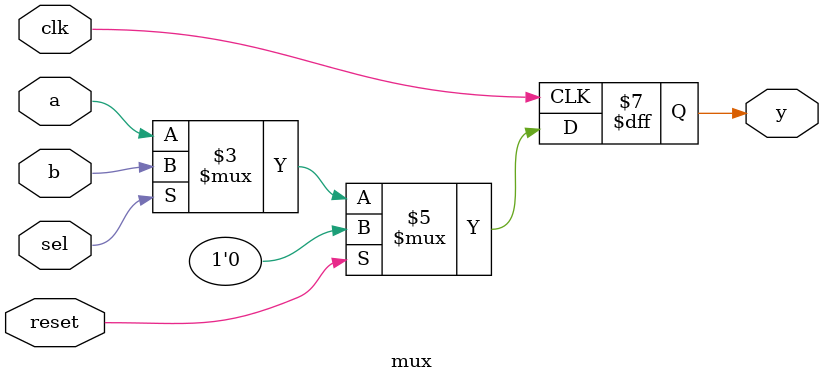
<source format=sv>
module mux #() (
  input  clk,
  input  reset,
  input  a,
  input  b,
  input  sel,
  output y 
); 

// Declare y as a reg
reg y;

  always @(posedge clk) begin 
    if (reset == 0) begin
      y = (sel) ? b : a; // simple logic for 2x1 Mux using Gate
    end
    else begin
      y = 0;
    end
  end
 
endmodule


</source>
